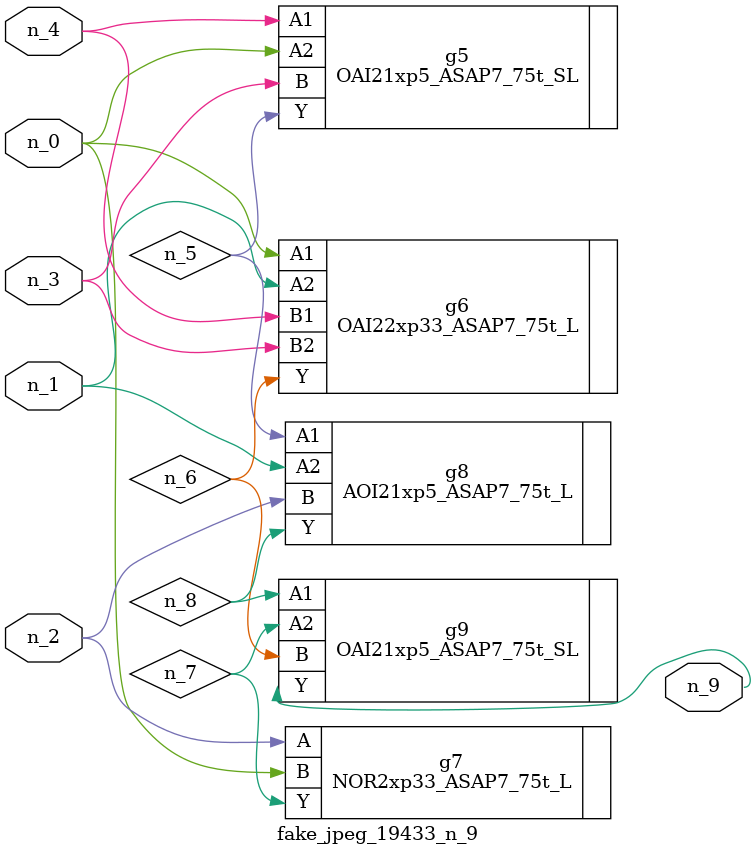
<source format=v>
module fake_jpeg_19433_n_9 (n_3, n_2, n_1, n_0, n_4, n_9);

input n_3;
input n_2;
input n_1;
input n_0;
input n_4;

output n_9;

wire n_8;
wire n_6;
wire n_5;
wire n_7;

OAI21xp5_ASAP7_75t_SL g5 ( 
.A1(n_4),
.A2(n_0),
.B(n_3),
.Y(n_5)
);

OAI22xp33_ASAP7_75t_L g6 ( 
.A1(n_0),
.A2(n_1),
.B1(n_4),
.B2(n_3),
.Y(n_6)
);

NOR2xp33_ASAP7_75t_L g7 ( 
.A(n_2),
.B(n_0),
.Y(n_7)
);

AOI21xp5_ASAP7_75t_L g8 ( 
.A1(n_5),
.A2(n_1),
.B(n_2),
.Y(n_8)
);

OAI21xp5_ASAP7_75t_SL g9 ( 
.A1(n_8),
.A2(n_7),
.B(n_6),
.Y(n_9)
);


endmodule
</source>
